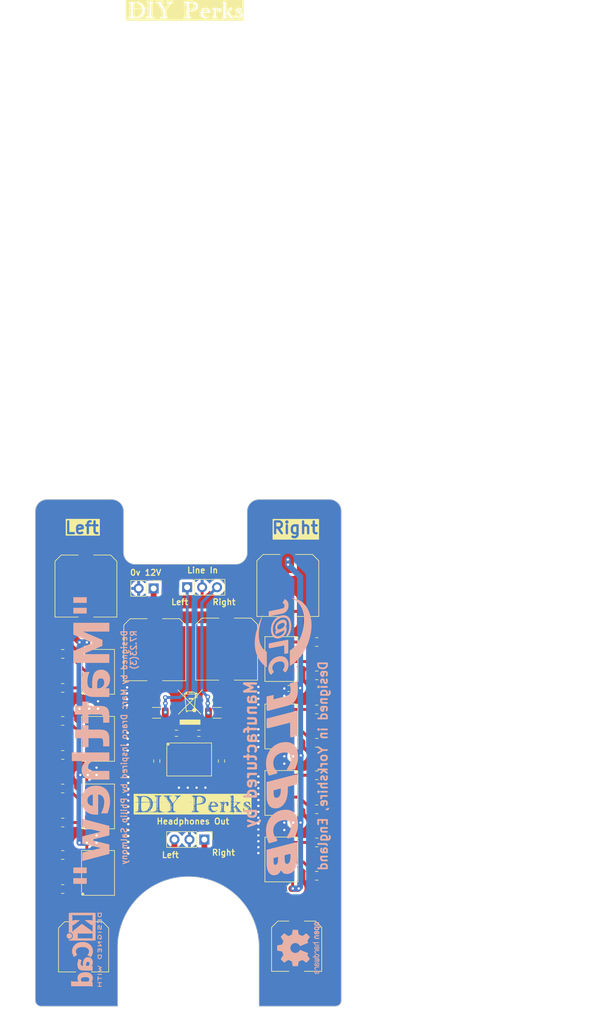
<source format=kicad_pcb>
(kicad_pcb (version 20221018) (generator pcbnew)
  (layers (0 "F.Cu" signal) (31 "B.Cu" signal) (34 "B.Paste" user) (35 "F.Paste" user) (36 "B.SilkS" user "B.Silkscreen") (37 "F.SilkS" user "F.Silkscreen") (38 "B.Mask" user) (39 "F.Mask" user) (44 "Edge.Cuts" user))
  (net 0 "")
  (net 1 "+5V")
  (net 2 "Net-(J102-Pin_3)")
  (net 3 "Net-(J102-Pin_1)")
  (net 4 "GNDA")
  (net 5 "/Hout3")
  (net 6 "/Hout4")
  (net 7 "/Hout5")
  (net 8 "/Hout6")
  (net 9 "/Hout7")
  (net 10 "/Hout8")
  (net 11 "/Hout9")
  (net 12 "/Hout10")
  (net 13 "/Hout3R")
  (net 14 "/Hout4R")
  (net 15 "/Hout5R")
  (net 16 "/Hout6R")
  (net 17 "/Hout7R")
  (net 18 "/Hout8R")
  (net 19 "/Hout9R")
  (net 20 "/Hout10R")
  (net 21 "Headphone Out R")
  (net 22 "Headphone Out L")
  (net 23 "Net-(U109A-+)")
  (net 24 "Net-(U109A--)")
  (net 25 "Net-(U109B--)")
  (net 26 "IN_R")
  (net 27 "IN_L")
  (net 28 "Net-(J1-Pin_3)")
  (net 29 "Net-(J1-Pin_1)")
  (footprint "Capacitor_SMD:C_0603_1608Metric" (layer "F.Cu") (at 108.035 84.518518 180)
    (fp_text reference "C110" hide)
    (fp_text value "100n")
  )
  (footprint "Resistor_SMD:R_0603_1608Metric" (layer "F.Cu") (at 92.793249 80.675 180)
    (fp_text reference "R117" hide)
    (fp_text value "100K")
  )
  (footprint "PerksLogo" (layer "F.Cu") (at 91.7 92.7)
    (fp_text reference "G***" hide)
    (fp_text value "LOGO" hide)
  )
  (footprint "Resistor_SMD:R_0805_2012Metric" (layer "F.Cu") (at 69.655 84.345186 180)
    (fp_text reference "R113" hide)
    (fp_text value "10R")
  )
  (footprint "Capacitor_SMD:C_Elec_10x10.2" (layer "F.Cu") (at 107.9 55.6 -90)
    (fp_text reference "C101" hide)
    (fp_text value "1000u")
  )
  (footprint "Resistor_SMD:R_0805_2012Metric" (layer "F.Cu") (at 112.81 104.85)
    (fp_text reference "R108" hide)
    (fp_text value "10R")
  )
  (footprint "Resistor_SMD:R_0805_2012Metric" (layer "F.Cu") (at 112.81 70.85)
    (fp_text reference "R102" hide)
    (fp_text value "10R")
  )
  (footprint "Capacitor_SMD:C_1206_3216Metric" (layer "F.Cu") (at 85.6 77.2)
    (fp_text reference "C114" hide)
    (fp_text value "22u")
  )
  (footprint "PCM_Package_SO_AKL:SOIC-8_3.9x4.9mm_P1.27mm" (layer "F.Cu") (at 75.655 93.08426 90)
    (fp_text reference "U107" hide)
    (fp_text value "NE5532" hide)
  )
  (footprint "PCM_Package_SO_AKL:SOIC-8_3.9x4.9mm_P1.27mm" (layer "F.Cu") (at 75.655 81.617964 90)
    (fp_text reference "U108" hide)
    (fp_text value "NE5532" hide)
  )
  (footprint "Resistor_SMD:R_0603_1608Metric" (layer "F.Cu") (at 96.638249 85.38 -90)
    (fp_text reference "R120" hide)
    (fp_text value "100K")
  )
  (footprint "PCM_Package_SO_AKL:SOIC-8_3.9x4.9mm_P1.27mm" (layer "F.Cu") (at 75.655 70.25 90)
    (fp_text reference "U105" hide)
    (fp_text value "NE5532" hide)
  )
  (footprint "Resistor_SMD:R_0805_2012Metric" (layer "F.Cu") (at 112.81 87.799258)
    (fp_text reference "R105" hide)
    (fp_text value "10R")
  )
  (footprint "Resistor_SMD:R_0805_2012Metric" (layer "F.Cu") (at 69.655 90.041482 180)
    (fp_text reference "R112" hide)
    (fp_text value "10R")
  )
  (footprint "Capacitor_SMD:C_0603_1608Metric" (layer "F.Cu") (at 108.035 73.08 180)
    (fp_text reference "C109" hide)
    (fp_text value "100n")
  )
  (footprint "PCM_Package_SO_AKL:SOIC-8_3.9x4.9mm_P1.27mm" (layer "F.Cu") (at 106.81 68.08 -90)
    (fp_text reference "U102" hide)
    (fp_text value "NE5532" hide)
  )
  (footprint "Resistor_SMD:R_0805_2012Metric" (layer "F.Cu") (at 69.655 67.207222 180)
    (fp_text reference "R116" hide)
    (fp_text value "10R")
  )
  (footprint "Connector_PinHeader_2.54mm:PinHeader_1x02_P2.54mm_Vertical" (layer "F.Cu") (at 85.1 56.1 -90)
    (fp_text reference "J104" hide)
    (fp_text value "Socket_01x02")
  )
  (footprint "Resistor_SMD:R_0603_1608Metric" (layer "F.Cu") (at 85.638249 85.38 -90)
    (fp_text reference "R119" hide)
    (fp_text value "100K")
  )
  (footprint "Connector_PinHeader_2.54mm:PinHeader_1x03_P2.54mm_Vertical" (layer "F.Cu") (at 90.8 55.9 90)
    (fp_text reference "J1" hide)
    (fp_text value "Conn_01x03")
  )
  (footprint "Capacitor_SMD:C_0603_1608Metric" (layer "F.Cu") (at 108.035 95.799258 180)
    (fp_text reference "C111" hide)
    (fp_text value "100n")
  )
  (footprint "Resistor_SMD:R_0805_2012Metric" (layer "F.Cu") (at 69.655 72.977222 180)
    (fp_text reference "R115" hide)
    (fp_text value "10R")
  )
  (footprint "Resistor_SMD:R_0805_2012Metric" (layer "F.Cu") (at 69.655 78.575186 180)
    (fp_text reference "R114" hide)
    (fp_text value "10R")
  )
  (footprint "Resistor_SMD:R_0805_2012Metric" (layer "F.Cu") (at 69.655 101.322222 180)
    (fp_text reference "R110" hide)
    (fp_text value "10R")
  )
  (footprint "Capacitor_SMD:C_Elec_8x10.2" (layer "F.Cu") (at 109.4 116.8 -90)
    (fp_text reference "C116" hide)
    (fp_text value "470U")
  )
  (footprint "Capacitor_SMD:C_Elec_10x10.2" (layer "F.Cu") (at 73.6 55.7 -90)
    (fp_text reference "C104" hide)
    (fp_text value "1000u")
  )
  (footprint "Capacitor_SMD:C_0603_1608Metric" (layer "F.Cu") (at 74.655 99.25)
    (fp_text reference "C105" hide)
    (fp_text value "100n")
  )
  (footprint "Symbol:PerksLogo_Back" (layer "F.Cu") (at 90.3548 -41.9696)
    (fp_text reference "G***" hide)
    (fp_text value "LOGO" hide)
  )
  (footprint "Capacitor_SMD:C_0603_1608Metric" (layer "F.Cu") (at 74.88 76.530742)
    (fp_text reference "C107" hide)
    (fp_text value "100n")
  )
  (footprint "Symbol:WEEE-Logo_4.2x6mm_SilkScreen" (layer "F.Cu") (at 91.3 76.2)
    (fp_text reference "REF**" hide)
    (fp_text value "WEEE-Logo_4.2x6mm_SilkScreen" hide)
  )
  (footprint "PCM_Package_SO_AKL:SOIC-8_3.9x4.9mm_P1.27mm" (layer "F.Cu") (at 91.143249 85.12)
    (fp_text reference "U109" hide)
    (fp_text value "NE5532" hide)
  )
  (footprint "Capacitor_SMD:C_0603_1608Metric" (layer "F.Cu") (at 107.81 107.08 180)
    (fp_text reference "C112" hide)
    (fp_text value "100n")
  )
  (footprint "Capacitor_SMD:C_Elec_8x10.2" (layer "F.Cu") (at 73.2 116.9 -90)
    (fp_text reference "C115" hide)
    (fp_text value "470U")
  )
  (footprint "Resistor_SMD:R_0805_2012Metric" (layer "F.Cu") (at 69.655 95.811482 180)
    (fp_text reference "R111" hide)
    (fp_text value "10R")
  )
  (footprint "PCM_Package_SO_AKL:SOIC-8_3.9x4.9mm_P1.27mm" (layer "F.Cu") (at 75.655 104.365 90)
    (fp_text reference "U106" hide)
    (fp_text value "NE5532" hide)
  )
  (footprint "PCM_Package_SO_AKL:SOIC-8_3.9x4.9mm_P1.27mm" (layer "F.Cu") (at 106.81 79.518518 -90)
    (fp_text reference "U103" hide)
    (fp_text value "NE5532" hide)
  )
  (footprint "Capacitor_SMD:C_1206_3216Metric" (layer "F.Cu") (at 95.9 77.2 180)
    (fp_text reference "C113" hide)
    (fp_text value "22u")
  )
  (footprint "Resistor_SMD:R_0805_2012Metric" (layer "F.Cu") (at 112.81 76.633518)
    (fp_text reference "R103" hide)
    (fp_text value "10R")
  )
  (footprint "Capacitor_SMD:C_0603_1608Metric" (layer "F.Cu") (at 74.655 87.811482)
    (fp_text reference "C106" hide)
    (fp_text value "100n")
  )
  (footprint "Capacitor_SMD:C_Elec_10x10.2" (layer "F.Cu") (at 97.5 66.4 -90)
    (fp_text reference "C103" hide)
    (fp_text value "1000u")
  )
  (footprint "Capacitor_SMD:C_0603_1608Metric" (layer "F.Cu") (at 74.655 65.25)
    (fp_text reference "C108" hide)
    (fp_text value "100n")
  )
  (footprint "Resistor_SMD:R_0805_2012Metric" (layer "F.Cu") (at 69.655 107.092222 180)
    (fp_text reference "R109" hide)
    (fp_text value "10R")
  )
  (footprint "Connector_PinHeader_2.54mm:PinHeader_1x03_P2.54mm_Vertical" (layer "F.Cu") (at 93.725 98.7 -90)
    (fp_text reference "J102" hide)
    (fp_text value "Conn_01x03")
  )
  (footprint "Resistor_SMD:R_0805_2012Metric" (layer "F.Cu") (at 112.81 93.569258)
    (fp_text reference "R106" hide)
    (fp_text value "10R")
  )
  (footprint "Capacitor_SMD:C_Elec_10x10.2" (layer "F.Cu") (at 85.3 66.5 -90)
    (fp_text reference "C102" hide)
    (fp_text value "1000u")
  )
  (footprint "Resistor_SMD:R_0603_1608Metric" (layer "F.Cu") (at 88.983249 80.675 180)
    (fp_text reference "R118" hide)
    (fp_text value "100K")
  )
  (footprint "PCM_Package_SO_AKL:SOIC-8_3.9x4.9mm_P1.27mm" (layer "F.Cu") (at 106.81 102.08 -90)
    (fp_text reference "U101" hide)
    (fp_text value "NE5532" hide)
  )
  (footprint "PCM_Package_SO_AKL:SOIC-8_3.9x4.9mm_P1.27mm" (layer "F.Cu") (at 106.81 90.799258 -90)
    (fp_text reference "U104" hide)
    (fp_text value "NE5532" hide)
  )
  (footprint "Resistor_SMD:R_0805_2012Metric" (layer "F.Cu") (at 112.81 82.288518)
    (fp_text reference "R104" hide)
    (fp_text value "10R")
  )
  (footprint "Resistor_SMD:R_0805_2012Metric" (layer "F.Cu") (at 112.81 65.195)
    (fp_text reference "R101" hide)
    (fp_text value "10R")
  )
  (footprint "Resistor_SMD:R_0805_2012Metric" (layer "F.Cu") (at 112.81 99.195)
    (fp_text reference "R107" hide)
    (fp_text value "10R")
  )
  (footprint "Symbol:OSHW-Logo2_9.8x8mm_SilkScreen" (layer "B.Cu") (at 109.8 117.1 -90)
    (fp_text reference "REF**" hide)
    (fp_text value "OSHW-Logo2_9.8x8mm_SilkScreen" hide)
  )
  (footprint "Symbol:KiCad-Logo2_5mm_SilkScreen" (layer "B.Cu") (at 73.3 117.4 -90)
    (fp_text reference "REF**" hide)
    (fp_text value "KiCad-Logo2_5mm_SilkScreen" hide)
  )
  (footprint "Hydra:jlc-logo" (layer "B.Cu") (at 107 81 -90)
    (fp_text reference "G***" hide)
    (fp_text value "LOGO" hide)
  )
  (gr_line (start 101 50) (end 101 43) (stroke (width 0.1)) (layer "Edge.Cuts"))
  (gr_arc (start 79 117) (mid 91 105) (end 103 117) (stroke (width 0.1)) (layer "Edge.Cuts"))
  (gr_arc (start 101 43) (mid 101.585786 41.585786) (end 103 41) (stroke (width 0.1)) (layer "Edge.Cuts"))
  (gr_line (start 117 126) (end 117 43) (stroke (width 0.1)) (layer "Edge.Cuts"))
  (gr_arc (start 65 43) (mid 65.585786 41.585786) (end 67 41) (stroke (width 0.1)) (layer "Edge.Cuts"))
  (gr_line (start 66 127) (end 79 127) (stroke (width 0.1)) (layer "Edge.Cuts"))
  (gr_line (start 65 43) (end 65 126) (stroke (width 0.1)) (layer "Edge.Cuts"))
  (gr_arc (start 115 41) (mid 116.414214 41.585786) (end 117 43) (stroke (width 0.1)) (layer "Edge.Cuts"))
  (gr_arc (start 66 127) (mid 65.292893 126.707107) (end 65 126) (stroke (width 0.1)) (layer "Edge.Cuts"))
  (gr_line (start 115 41) (end 103 41) (stroke (width 0.1)) (layer "Edge.Cuts"))
  (gr_arc (start 78 41) (mid 79.414214 41.585786) (end 80 43) (stroke (width 0.1)) (layer "Edge.Cuts"))
  (gr_line (start 103 117) (end 103 127) (stroke (width 0.1)) (layer "Edge.Cuts"))
  (gr_line (start 82 52) (end 99 52) (stroke (width 0.1)) (layer "Edge.Cuts"))
  (gr_arc (start 82 52) (mid 80.585786 51.414214) (end 80 50) (stroke (width 0.1)) (layer "Edge.Cuts"))
  (gr_arc (start 101 50) (mid 100.414214 51.414214) (end 99 52) (stroke (width 0.1)) (layer "Edge.Cuts"))
  (gr_line (start 103 127) (end 116 127) (stroke (width 0.1)) (layer "Edge.Cuts"))
  (gr_line (start 79 117) (end 79 127) (stroke (width 0.1)) (layer "Edge.Cuts"))
  (gr_line (start 67 41) (end 78 41) (stroke (width 0.1)) (layer "Edge.Cuts"))
  (gr_arc (start 117 126) (mid 116.707107 126.707107) (end 116 127) (stroke (width 0.1)) (layer "Edge.Cuts"))
  (gr_line (start 80 43) (end 80 50) (stroke (width 0.1)) (layer "Edge.Cuts"))
  (gr_text "Manufactured by" (at 102.75 71.5 90) (layer "B.SilkS") (effects (font (size 2 2) (thickness 0.4) bold) (justify left bottom mirror)))
  (gr_text "{dblquote}Matthew{dblquote}" (at 78.6 81.9 90) (layer "B.SilkS") (effects (font (size 6 6) (thickness 0.2) bold) (justify bottom mirror)))
  (gr_text "Designed by Marc Draco inspired by Philip Salmony\nR7.23(3)\n" (at 82.3 63.1 90) (layer "B.SilkS") (effects (font (size 1 1) (thickness 0.2) bold) (justify left bottom mirror)))
  (gr_text "Designed in Yorkshire, England" (at 114.75 68.25 90) (layer "B.SilkS") (effects (font (size 1.5 1.5) (thickness 0.3) bold) (justify left bottom mirror)))
  (gr_text "Left" (at 88 59) (layer "F.SilkS") (effects (font (size 1 1) (thickness 0.2) bold) (justify left bottom)))
  (gr_text "Left" (at 86.4 101.9) (layer "F.SilkS") (effects (font (size 1 1) (thickness 0.2) bold) (justify left bottom)))
  (gr_text "0v 12V" (at 81 54) (layer "F.SilkS") (effects (font (size 1 1) (thickness 0.2) bold) (justify left bottom)))
  (gr_text "Line In" (at 90.7 53.6) (layer "F.SilkS") (effects (font (size 1 1) (thickness 0.2) bold) (justify left bottom)))
  (gr_text "Left" (at 69.85 46.99) (layer "F.SilkS" knockout) (effects (font (size 2 2) (thickness 0.4) bold) (justify left bottom)))
  (gr_text "Right" (at 95 59) (layer "F.SilkS") (effects (font (size 1 1) (thickness 0.2) bold) (justify left bottom)))
  (gr_text "Right" (at 105 47) (layer "F.SilkS" knockout) (effects (font (size 2 2) (thickness 0.4) bold) (justify left bottom)))
  (gr_text "Headphones Out" (at 85.5 96.2) (layer "F.SilkS") (effects (font (size 1 1) (thickness 0.2) bold) (justify left bottom)))
  (gr_text "Right" (at 94.9 101.5) (layer "F.SilkS") (effects (font (size 1 1) (thickness 0.2) bold) (justify left bottom)))
  (segment (start 81.75 61) (end 97.6 61) (width 2) (layer "F.Cu") (net 1))
  (segment (start 74.074258 76.5) (end 74.105 76.530742) (width 1) (layer "F.Cu") (net 1))
  (segment (start 95.7 78.593249) (end 95.7 62.9) (width 0.5) (layer "F.Cu") (net 1))
  (segment (start 93.618249 80.675) (end 95.7 78.593249) (width 0.5) (layer "F.Cu") (net 1))
  (segment (start 108.715 81.993518) (end 108.715 84.423518) (width 0.5) (layer "F.Cu") (net 1))
  (segment (start 73.75 101.89) (end 73.75 99.38) (width 0.5) (layer "F.Cu") (net 1))
  (segment (start 108.585 107.08) (end 109.67 107.08) (width 1) (layer "F.Cu") (net 1))
  (segment (start 70 54.65) (end 70 62.75) (width 1) (layer "F.Cu") (net 1))
  (segment (start 73.818518 87.75) (end 73.88 87.811482) (width 1) (layer "F.Cu") (net 1))
  (segment (start 108.715 93.274258) (end 108.715 95.704258) (width 0.5) (layer "F.Cu") (net 1))
  (segment (start 108.715 70.555) (end 108.715 72.985) (width 0.5) (layer "F.Cu") (net 1))
  (segment (start 108.75 73) (end 110 73) (width 1) (layer "F.Cu") (net 1))
  (segment (start 108.81 95.799258) (end 110.029258 95.799258) (width 1) (layer "F.Cu") (net 1))
  (segment (start 72.655 87.75) (end 73.818518 87.75) (width 1) (layer "F.Cu") (net 1))
  (segment (start 73.75 90.60926) (end 73.75 87.941482) (width 0.5) (layer "F.Cu") (net 1))
  (segment (start 73.6 51.3) (end 73.6 52.85) (width 2) (layer "F.Cu") (net 1))
  (segment (start 85.3 62.1) (end 85.195 61.995) (width 2) (layer "F.Cu") (net 1))
  (segment (start 95.7 62.9) (end 97.6 61) (width 0.5) (layer "F.Cu") (net 1))
  (segment (start 97.6 61) (end 99.2 61) (width 2) (layer "F.Cu") (net 1))
  (segment (start 73.6 52.85) (end 81.75 61) (width 2) (layer "F.Cu") (net 1))
  (segment (start 108.5 107) (end 108.75 107) (width 1) (layer "F.Cu") (net 1))
  (segment (start 108.81 84.518518) (end 110.020892 84.518518) (width 1) (layer "F.Cu") (net 1))
  (segment (start 110.06 95.83) (end 110.029258 95.799258) (width 1) (layer "F.Cu") (net 1))
  (segment (start 93.638249 80.76) (end 93.638249 83.245) (width 0.25) (layer "F.Cu") (net 1))
  (segment (start 85.1 61.9) (end 85.3 62.1) (width 1) (layer "F.Cu") (net 1))
  (segment (start 109.67 107.08) (end 109.75 107) (width 1) (layer "F.Cu") (net 1))
  (segment (start 73.6 51.3) (end 73.35 51.3) (width 1) (layer "F.Cu") (net 1))
  (segment (start 110.020892 84.518518) (end 110.102848 84.436562) (width 1) (layer "F.Cu") (net 1))
  (segment (start 72.5 65.25) (end 73.75 65.25) (width 1) (layer "F.Cu") (net 1))
  (segment (start 73.75 67.775) (end 73.75 65.38) (width 0.5) (layer "F.Cu") (net 1))
  (segment (start 72.5 99.25) (end 73.88 99.25) (width 1) (layer "F.Cu") (net 1))
  (segment (start 107.9 52.3) (end 107.9 51.2) (width 2) (layer "F.Cu") (net 1))
  (segment (start 73.75 76.885742) (end 74.135742 76.5) (width 0.5) (layer "F.Cu") (net 1))
  (segment (start 73.75 79.142964) (end 73.75 76.885742) (width 0.5) (layer "F.Cu") (net 1))
  (segment (start 98 61.4) (end 97.6 61) (width 0.5) (layer "F.Cu") (net 1))
  (segment (start 108.715 104.555) (end 108.715 106.95) (width 0.5) (layer "F.Cu") (net 1))
  (segment (start 72.5 76.5) (end 74.074258 76.5) (width 1) (layer "F.Cu") (net 1))
  (segment (start 99.2 61) (end 107.9 52.3) (width 2) (layer "F.Cu") (net 1))
  (segment (start 85.1 56.1) (end 85.1 61.9) (width 1) (layer "F.Cu") (net 1))
  (segment (start 70 62.75) (end 72.5 65.25) (width 1) (layer "F.Cu") (net 1))
  (segment (start 73.35 51.3) (end 70 54.65) (width 1) (layer "F.Cu") (net 1))
  (via (at 110 73) (size 0.8) (drill 0.4) (layers "F.Cu" "B.Cu") (net 1))
  (via (at 107.9 51.2) (size 0.8) (drill 0.4) (layers "F.Cu" "B.Cu") (net 1))
  (via (at 108.81 84.58) (size 0.8) (drill 0.4) (layers "F.Cu" "B.Cu") (net 1))
  (via (at 110.102848 84.436562) (size 0.8) (drill 0.4) (layers "F.Cu" "B.Cu") (net 1))
  (via (at 72.655 87.75) (size 0.8) (drill 0.4) (layers "F.Cu" "B.Cu") (net 1))
  (via (at 72.5 76.5) (size 0.8) (drill 0.4) (layers "F.Cu" "B.Cu") (net 1))
  (via (at 73.75 65.25) (size 0.8) (drill 0.4) (layers "F.Cu" "B.Cu") (net 1))
  (via (at 73.75 99.25) (size 0.8) (drill 0.4) (layers "F.Cu" "B.Cu") (net 1))
  (via (at 74.155 76.5) (size 0.8) (drill 0.4) (layers "F.Cu" "B.Cu") (net 1))
  (via (at 110.06 95.83) (size 0.8) (drill 0.4) (layers "F.Cu" "B.Cu") (net 1))
  (via (at 108.75 107) (size 0.8) (drill 0.4) (layers "F.Cu" "B.Cu") (net 1))
  (via (at 107.95 52.07) (size 0.8) (drill 0.4) (layers "F.Cu" "B.Cu") (net 1))
  (via (at 72.5 65.25) (size 0.8) (drill 0.4) (layers "F.Cu" "B.Cu") (net 1))
  (via (at 108.81 95.83) (size 0.8) (drill 0.4) (layers "F.Cu" "B.Cu") (net 1))
  (via (at 109.75 107) (size 0.8) (drill 0.4) (layers "F.Cu" "B.Cu") (net 1))
  (via (at 72.5 99.25) (size 0.8) (drill 0.4) (layers "F.Cu" "B.Cu") (net 1))
  (via (at 73.905 87.75) (size 0.8) (drill 0.4) (layers "F.Cu" "B.Cu") (net 1))
  (segment (start 107.95 52.07) (end 110 54.12) (width 1) (layer "B.Cu") (net 1))
  (segment (start 72.5 99.25) (end 72.5 66) (width 1) (layer "B.Cu") (net 1))
  (segment (start 107.9 52.02) (end 107.95 52.07) (width 1) (layer "B.Cu") (net 1))
  (segment (start 110 54.12) (end 110 73) (width 1) (layer "B.Cu") (net 1))
  (segment (start 110 73) (end 110 106.75) (width 1) (layer "B.Cu") (net 1))
  (segment (start 110.102848 84.436562) (end 108.953438 84.436562) (width 1) (layer "B.Cu") (net 1))
  (segment (start 108.953438 84.436562) (end 108.81 84.58) (width 1) (layer "B.Cu") (net 1))
  (segment (start 72.655 87.75) (end 73.905 87.75) (width 1) (layer "B.Cu") (net 1))
  (segment (start 72.5 66) (end 73.25 65.25) (width 1) (layer "B.Cu") (net 1))
  (segment (start 110.06 95.83) (end 108.81 95.83) (width 1) (layer "B.Cu") (net 1))
  (segment (start 110 106.75) (end 109.75 107) (width 1) (layer "B.Cu") (net 1))
  (segment (start 110.06 84.47941) (end 110.102848 84.436562) (width 1) (layer "B.Cu") (net 1))
  (segment (start 72.905 76.5) (end 74.155 76.5) (width 1) (layer "B.Cu") (net 1))
  (segment (start 72.5 99.25) (end 73.75 99.25) (width 1) (layer "B.Cu") (net 1))
  (segment (start 73.25 65.25) (end 73.75 65.25) (width 1) (layer "B.Cu") (net 1))
  (segment (start 107.9 51.2) (end 107.9 52.02) (width 1) (layer "B.Cu") (net 1))
  (segment (start 110.06 95.83) (end 110.06 84.47941) (width 1) (layer "B.Cu") (net 1))
  (segment (start 72.5 65.25) (end 73.25 65.25) (width 1) (layer "B.Cu") (net 1))
  (segment (start 108.75 107) (end 109.75 107) (width 1) (layer "B.Cu") (net 1))
  (segment (start 73.5 120.2) (end 73.3 120.2) (width 1) (layer "F.Cu") (net 2))
  (segment (start 88.645 98.7) (end 88.645 99.955) (width 1) (layer "F.Cu") (net 2))
  (segment (start 76.6 117.1) (end 73.5 120.2) (width 1) (layer "F.Cu") (net 2))
  (segment (start 88.645 99.955) (end 76.6 112) (width 1) (layer "F.Cu") (net 2))
  (segment (start 76.6 112) (end 76.6 117.1) (width 1) (layer "F.Cu") (net 2))
  (segment (start 106 112.5) (end 106 117) (width 1) (layer "F.Cu") (net 3))
  (segment (start 93.725 98.7) (end 93.725 100.225) (width 1) (layer "F.Cu") (net 3))
  (segment (start 93.725 100.225) (end 106 112.5) (width 1) (layer "F.Cu") (net 3))
  (segment (start 106 117) (end 109.4 120.4) (width 1) (layer "F.Cu") (net 3))
  (segment (start 107.26 73.08) (end 107.26 74.28) (width 1) (layer "F.Cu") (net 4))
  (segment (start 75.655 76.530742) (end 75.655 75.25) (width 1) (layer "F.Cu") (net 4))
  (segment (start 107.31 95.83) (end 107.31 97.08) (width 1) (layer "F.Cu") (net 4))
  (segment (start 107.26 74.28) (end 107.31 74.33) (width 1) (layer "F.Cu") (net 4))
  (segment (start 75.43 98.025) (end 75.405 98) (width 1) (layer "F.Cu") (net 4))
  (segment (start 107.31 84.58) (end 107.31 85.83) (width 1) (layer "F.Cu") (net 4))
  (segment (start 75.43 99.25) (end 75.43 98.025) (width 1) (layer "F.Cu") (net 4))
  (segment (start 75.405 87.75) (end 75.405 86.5) (width 1) (layer "F.Cu") (net 4))
  (via (at 102.9 97) (size 0.8) (drill 0.4) (layers "F.Cu" "B.Cu") (net 4))
  (via (at 102.9 81) (size 0.8) (drill 0.4) (layers "F.Cu" "B.Cu") (net 4))
  (via (at 80.8 88.1) (size 0.8) (drill 0.4) (layers "F.Cu" "B.Cu") (net 4))
  (via (at 80.8 91.1) (size 0.8) (drill 0.4) (layers "F.Cu" "B.Cu") (net 4))
  (via (at 102.9 98) (size 0.8) (drill 0.4) (layers "F.Cu" "B.Cu") (net 4))
  (via (at 75.405 98) (size 0.8) (drill 0.4) (layers "F.Cu" "B.Cu") (net 4))
  (via (at 80.7 81.6) (size 0.8) (drill 0.4) (layers "F.Cu" "B.Cu") (net 4))
  (via (at 80.8 98.1) (size 0.8) (drill 0.4) (layers "F.Cu" "B.Cu") (net 4))
  (via (at 80.8 94.1) (size 0.8) (drill 0.4) (layers "F.Cu" "B.Cu") (net 4))
  (via (at 102.9 94) (size 0.8) (drill 0.4) (layers "F.Cu" "B.Cu") (net 4))
  (via (at 102.9 91) (size 0.8) (drill 0.4) (layers "F.Cu" "B.Cu") (net 4))
  (via (at 80.8 90.1) (size 0.8) (drill 0.4) (layers "F.Cu" "B.Cu") (net 4))
  (via (at 80.8 89.1) (size 0.8) (drill 0.4) (layers "F.Cu" "B.Cu") (net 4))
  (via (at 102.9 82) (size 0.8) (drill 0.4) (layers "F.Cu" "B.Cu") (net 4))
  (via (at 80.6 73.9) (size 0.8) (drill 0.4) (layers "F.Cu" "B.Cu") (net 4))
  (via (at 107.31 74.33) (size 0.8) (drill 0.4) (layers "F.Cu" "B.Cu") (net 4))
  (via (at 80.6 72.9) (size 0.8) (drill 0.4) (layers "F.Cu" "B.Cu") (net 4))
  (via (at 107.31 73.08) (size 0.8) (drill 0.4) (layers "F.Cu" "B.Cu") (net 4))
  (via (at 102.9 73.8) (size 0.8) (drill 0.4) (layers "F.Cu" "B.Cu") (net 4))
  (via (at 80.8 101.1) (size 0.8) (drill 0.4) (layers "F.Cu" "B.Cu") (net 4))
  (via (at 102.9 90) (size 0.8) (drill 0.4) (layers "F.Cu" "B.Cu") (net 4))
  (via (at 80.6 75.9) (size 0.8) (drill 0.4) (layers "F.Cu" "B.Cu") (net 4))
  (via (at 107.31 95.83) (size 0.8) (drill 0.4) (layers "F.Cu" "B.Cu") (net 4))
  (via (at 102.9 88) (size 0.8) (drill 0.4) (layers "F.Cu" "B.Cu") (net 4))
  (via (at 102.9 80) (size 0.8) (drill 0.4) (layers "F.Cu" "B.Cu") (net 4))
  (via (at 102.9 100) (size 0.8) (drill 0.4) (layers "F.Cu" "B.Cu") (net 4))
  (via (at 102.9 74.8) (size 0.8) (drill 0.4) (layers "F.Cu" "B.Cu") (net 4))
  (via (at 80.8 95.1) (size 0.8) (drill 0.4) (layers "F.Cu" "B.Cu") (net 4))
  (via (at 107.31 97.08) (size 0.8) (drill 0.4) (layers "F.Cu" "B.Cu") (net 4))
  (via (at 102.9 92) (size 0.8) (drill 0.4) (layers "F.Cu" "B.Cu") (net 4))
  (via (at 80.7 83.6) (size 0.8) (drill 0.4) (layers "F.Cu" "B.Cu") (net 4))
  (via (at 80.8 93.1) (size 0.8) (drill 0.4) (layers "F.Cu" "B.Cu") (net 4))
  (via (at 80.6 74.9) (size 0.8) (drill 0.4) (layers "F.Cu" "B.Cu") (net 4))
  (via (at 80.8 96.1) (size 0.8) (drill 0.4) (layers "F.Cu" "B.Cu") (net 4))
  (via (at 107.31 85.83) (size 0.8) (drill 0.4) (layers "F.Cu" "B.Cu") (net 4))
  (via (at 75.405 87.75) (size 0.8) (drill 0.4) (layers "F.Cu" "B.Cu") (net 4))
  (via (at 102.9 99) (size 0.8) (drill 0.4) (layers "F.Cu" "B.Cu") (net 4))
  (via (at 102.9 93) (size 0.8) (drill 0.4) (layers "F.Cu" "B.Cu") (net 4))
  (via (at 80.7 80.6) (size 0.8) (drill 0.4) (layers "F.Cu" "B.Cu") (net 4))
  (via (at 102.9 89) (size 0.8) (drill 0.4) (layers "F.Cu" "B.Cu") (net 4))
  (via (at 102.9 101) (size 0.8) (drill 0.4) (layers "F.Cu" "B.Cu") (net 4))
  (via (at 80.8 92.1) (size 0.8) (drill 0.4) (layers "F.Cu" "B.Cu") (net 4))
  (via (at 107.31 84.58) (size 0.8) (drill 0.4) (layers "F.Cu" "B.Cu") (net 4))
  (via (at 80.8 99.1) (size 0.8) (drill 0.4) (layers "F.Cu" "B.Cu") (net 4))
  (via (at 93.9 89.9) (size 0.8) (drill 0.4) (layers "F.Cu" "B.Cu") (net 4))
  (via (at 102.9 96) (size 0.8) (drill 0.4) (layers "F.Cu" "B.Cu") (net 4))
  (via (at 75.655 75.25) (size 0.8) (drill 0.4) (layers "F.Cu" "B.Cu") (net 4))
  (via (at 75.405 99.25) (size 0.8) (drill 0.4) (layers "F.Cu" "B.Cu") (net 4))
  (via (at 90.9 89.9) (size 0.8) (drill 0.4) (layers "F.Cu" "B.Cu") (net 4))
  (via (at 102.9 75.8) (size 0.8) (drill 0.4) (layers "F.Cu" "B.Cu") (net 4))
  (via (at 92.4 89.9) (size 0.8) (drill 0.4) (layers "F.Cu" "B.Cu") (net 4))
  (via (at 75.655 76.5) (size 0.8) (drill 0.4) (layers "F.Cu" "B.Cu") (net 4))
  (via (at 102.9 83) (size 0.8) (drill 0.4) (layers "F.Cu" "B.Cu") (net 4))
  (via (at 102.9 95) (size 0.8) (drill 0.4) (layers "F.Cu" "B.Cu") (net 4))
  (via (at 102.9 72.8) (size 0.8) (drill 0.4) (layers "F.Cu" "B.Cu") (net 4))
  (via (at 75.405 86.5) (size 0.8) (drill 0.4) (layers "F.Cu" "B.Cu") (net 4))
  (via (at 89.4 89.9) (size 0.8) (drill 0.4) (layers "F.Cu" "B.Cu") (net 4))
  (via (at 80.8 97.1) (size 0.8) (drill 0.4) (layers "F.Cu" "B.Cu") (net 4))
  (via (at 80.8 100.1) (size 0.8) (drill 0.4) (layers "F.Cu" "B.Cu") (net 4))
  (via (at 80.7 82.6) (size 0.8) (drill 0.4) (layers "F.Cu" "B.Cu") (net 4))
  (segment (start 75.655 76.5) (end 75.655 75.25) (width 1) (layer "B.Cu") (net 4))
  (segment (start 75.405 99.25) (end 75.405 98) (width 1) (layer "B.Cu") (net 4))
  (segment (start 107.31 73.08) (end 107.31 74.33) (width 1) (layer "B.Cu") (net 4))
  (segment (start 111.8975 65.195) (end 107.855 65.195) (width 0.5) (layer "F.Cu") (net 5))
  (segment (start 107.855 65.195) (end 107.445 65.605) (width 0.5) (layer "F.Cu") (net 5))
  (segment (start 107.445 69.528236) (end 108.473236 68.5) (width 0.5) (layer "F.Cu") (net 6))
  (segment (start 107.445 70.001472) (end 107.445 69.528236) (width 0.5) (layer "F.Cu") (net 6))
  (segment (start 111 68.5) (end 111.8975 69.3975) (width 0.5) (layer "F.Cu") (net 6))
  (segment (start 106.175 70.555) (end 107.445 70.555) (width 0.5) (layer "F.Cu") (net 6))
  (segment (start 108.473236 68.5) (end 111 68.5) (width 0.5) (layer "F.Cu") (net 6))
  (segment (start 111.8975 69.3975) (end 111.8975 70.85) (width 0.5) (layer "F.Cu") (net 6))
  (segment (start 107.855 76.633518) (end 107.445 77.043518) (width 0.5) (layer "F.Cu") (net 7))
  (segment (start 111.8975 76.633518) (end 107.855 76.633518) (width 0.5) (layer "F.Cu") (net 7))
  (segment (start 107.445 81.43999) (end 108.88499 80) (width 0.5) (layer "F.Cu") (net 8))
  (segment (start 110 80) (end 111.8975 81.8975) (width 0.5) (layer "F.Cu") (net 8))
  (segment (start 108.88499 80) (end 110 80) (width 0.5) (layer "F.Cu") (net 8))
  (segment (start 106.175 81.993518) (end 107.445 81.993518) (width 0.5) (layer "F.Cu") (net 8))
  (segment (start 107.97 87.799258) (end 107.445 88.324258) (width 0.5) (layer "F.Cu") (net 9))
  (segment (start 111.8975 87.799258) (end 107.97 87.799258) (width 0.5) (layer "F.Cu") (net 9))
  (segment (start 107.445 92.72073) (end 107.445 92.22073) (width 0.5) (layer "F.Cu") (net 10))
  (segment (start 107.445 92.22073) (end 108.16573 91.5) (width 0.5) (layer "F.Cu") (net 10))
  (segment (start 108.16573 91.5) (end 109.828242 91.5) (width 0.5) (layer "F.Cu") (net 10))
  (segment (start 106.175 93.274258) (end 107.445 93.274258) (width 0.5) (layer "F.Cu") (net 10))
  (segment (start 109.828242 91.5) (end 111.8975 93.569258) (width 0.5) (layer "F.Cu") (net 10))
  (segment (start 111.8975 99.195) (end 107.855 99.195) (width 0.5) (layer "F.Cu") (net 11))
  (segment (start 107.855 99.195) (end 107.445 99.605) (width 0.5) (layer "F.Cu") (net 11))
  (segment (start 107.445 103.278236) (end 108.223236 102.5) (width 0.5) (layer "F.Cu") (net 12))
  (segment (start 106.175 104.555) (end 107.445 104.555) (width 0.5) (layer "F.Cu") (net 12))
  (segment (start 111.8975 103.87375) (end 111.8975 104.85) (width 0.5) (layer "F.Cu") (net 12))
  (segment (start 110.52375 102.5) (end 111.8975 103.87375) (width 0.5) (layer "F.Cu") (net 12))
  (segment (start 108.223236 102.5) (end 110.52375 102.5) (width 0.5) (layer "F.Cu") (net 12))
  (segment (start 107.445 104.001472) (end 107.445 103.278236) (width 0.5) (layer "F.Cu") (net 12))
  (segment (start 74.767778 107.092222) (end 75.02 106.84) (width 0.5) (layer "F.Cu") (net 13))
  (segment (start 70.5675 107.092222) (end 74.767778 107.092222) (width 0.5) (layer "F.Cu") (net 13))
  (segment (start 75.02 101.89) (end 76.29 101.89) (width 0.5) (layer "F.Cu") (net 14))
  (segment (start 70.5675 101.322222) (end 72.560278 103.315) (width 0.5) (layer "F.Cu") (net 14))
  (segment (start 74.148528 103.315) (end 75.02 102.443528) (width 0.5) (layer "F.Cu") (net 14))
  (segment (start 72.560278 103.315) (end 74.148528 103.315) (width 0.5) (layer "F.Cu") (net 14))
  (segment (start 70.5675 95.811482) (end 74.767778 95.811482) (width 0.5) (layer "F.Cu") (net 15))
  (segment (start 74.767778 95.811482) (end 75.02 95.55926) (width 0.5) (layer "F.Cu") (net 15))
  (segment (start 75.02 91.98) (end 74.5 92.5) (width 0.5) (layer "F.Cu") (net 16))
  (segment (start 75.02 91.162788) (end 75.02 91.98) (width 0.5) (layer "F.Cu") (net 16))
  (segment (start 74.5 92.5) (end 73.026018 92.5) (width 0.5) (layer "F.Cu") (net 16))
  (segment (start 76.29 90.60926) (end 75.02 90.60926) (width 0.5) (layer "F.Cu") (net 16))
  (segment (start 73.026018 92.5) (end 70.5675 90.041482) (width 0.5) (layer "F.Cu") (net 16))
  (segment (start 70.5675 84.345186) (end 74.767778 84.345186) (width 0.5) (layer "F.Cu") (net 17))
  (segment (start 74.767778 84.345186) (end 75.02 84.092964) (width 0.5) (layer "F.Cu") (net 17))
  (segment (start 74 81) (end 72.992314 81) (width 0.5) (layer "F.Cu") (net 18))
  (segment (start 72.992314 81) (end 70.5675 78.575186) (width 0.5) (layer "F.Cu") (net 18))
  (segment (start 75.02 79.696492) (end 75.02 79.98) (width 0.5) (layer "F.Cu") (net 18))
  (segment (start 75.02 79.98) (end 74 81) (width 0.5) (layer "F.Cu") (net 18))
  (segment (start 76.29 79.142964) (end 75.02 79.142964) (width 0.5) (layer "F.Cu") (net 18))
  (segment (start 70.5675 72.977222) (end 74.767778 72.977222) (width 0.5) (layer "F.Cu") (net 19))
  (segment (start 74.767778 72.977222) (end 75.02 72.725) (width 0.5) (layer "F.Cu") (net 19))
  (segment (start 73.5 70.139722) (end 70.5675 67.207222) (width 0.5) (layer "F.Cu") (net 20))
  (segment (start 75.02 68.328528) (end 75.02 69.48) (width 0.5) (layer "F.Cu") (net 20))
  (segment (start 74.360278 70.139722) (end 73.5 70.139722) (width 0.5) (layer "F.Cu") (net 20))
  (segment (start 75.02 69.48) (end 74.360278 70.139722) (width 0.5) (layer "F.Cu") (net 20))
  (segment (start 76.29 67.775) (end 75.02 67.775) (width 0.5) (layer "F.Cu") (net 20))
  (segment (start 113.7225 65.08) (end 113.7225 104.85) (width 1) (layer "F.Cu") (net 21))
  (segment (start 113.7225 108.2275) (end 109.6 112.35) (width 1) (layer "F.Cu") (net 21))
  (segment (start 113.7225 104.85) (end 113.7225 108.2275) (width 1) (layer "F.Cu") (net 21))
  (segment (start 68.7425 107.092222) (end 68.7425 106) (width 1) (layer "F.Cu") (net 22))
  (segment (start 68.7425 106) (end 68.7425 101.322222) (width 1) (layer "F.Cu") (net 22))
  (segment (start 68.7425 106) (end 68.7425 109.7425) (width 1) (layer "F.Cu") (net 22))
  (segment (start 68.7425 101.322222) (end 68.7425 95.811482) (width 1) (layer "F.Cu") (net 22))
  (segment (start 68.7425 109.7425) (end 72 113) (width 1) (layer "F.Cu") (net 22))
  (segment (start 68.7425 67.207222) (end 68.7425 95.811482) (width 1) (layer "F.Cu") (net 22))
  (segment (start 91.138249 80.79) (end 91.988249 80.79) (width 0.25) (layer "F.Cu") (net 23))
  (segment (start 91.138249 85.79) (end 92.418249 87.07) (width 0.25) (layer "F.Cu") (net 23))
  (segment (start 89.813249 80.79) (end 91.138249 80.79) (width 0.25) (layer "F.Cu") (net 23))
  (segment (start 91.138249 84.961751) (end 90.3 85.8) (width 0.25) (layer "F.Cu") (net 23))
  (segment (start 91.138249 84.961751) (end 91.138249 85.79) (width 0.25) (layer "F.Cu") (net 23))
  (segment (start 92.418249 87.07) (end 93.623249 87.07) (width 0.25) (layer "F.Cu") (net 23))
  (segment (start 91.138249 80.79) (end 91.138249 84.961751) (width 0.25) (layer "F.Cu") (net 23))
  (segment (start 90.3 85.8) (end 88.673249 85.8) (width 0.25) (layer "F.Cu") (net 23))
  (segment (start 85.638249 84.465) (end 88.608249 84.465) (width 0.25) (layer "F.Cu") (net 24))
  (segment (start 88.673249 83.26) (end 88.673249 84.53) (width 0.25) (layer "F.Cu") (net 24))
  (segment (start 93.623249 84.53) (end 96.528249 84.53) (width 0.25) (layer "F.Cu") (net 25))
  (segment (start 93.623249 84.53) (end 93.623249 85.8) (width 0.25) (layer "F.Cu") (net 25))
  (segment (start 104.905 93.274258) (end 105.55 93.919258) (width 0.25) (layer "F.Cu") (net 26))
  (segment (start 96.638249 86.205) (end 105.425 86.205) (width 0.25) (layer "F.Cu") (net 26))
  (segment (start 105.425 86.205) (end 105.53 86.1) (width 0.25) (layer "F.Cu") (net 26))
  (segment (start 105.55 103.91) (end 104.905 104.555) (width 0.25) (layer "F.Cu") (net 26))
  (segment (start 105.55 88.949258) (end 105.55 92.629258) (width 0.25) (layer "F.Cu") (net 26))
  (segment (start 104.905 81.616767) (end 104.905 81.993518) (width 0.25) (layer "F.Cu") (net 26))
  (segment (start 105.53 76.398518) (end 106.175 77.043518) (width 0.25) (layer "F.Cu") (net 26))
  (segment (start 105.53 82.618518) (end 105.53 86.1) (width 0.25) (layer "F.Cu") (net 26))
  (segment (start 105.53 71.18) (end 105.53 76.398518) (width 0.25) (layer "F.Cu") (net 26))
  (segment (start 106.175 77.043518) (end 106.175 80.346767) (width 0.25) (layer "F.Cu") (net 26))
  (segment (start 105.53 86.1) (end 105.53 87.679258) (width 0.25) (layer "F.Cu") (net 26))
  (segment (start 106.175 65.605) (end 105.55 66.23) (width 0.25) (layer "F.Cu") (net 26))
  (segment (start 105.55 100.23) (end 105.55 103.91) (width 0.25) (layer "F.Cu") (net 26))
  (segment (start 106.175 88.324258) (end 105.55 88.949258) (width 0.25) (layer "F.Cu") (net 26))
  (segment (start 106.175 80.346767) (end 104.905 81.616767) (width 0.25) (layer "F.Cu") (net 26))
  (segment (start 106.175 99.605) (end 105.55 100.23) (width 0.25) (layer "F.Cu") (net 26))
  (segment (start 97.375 77.2) (end 102.5 77.2) (width 0.25) (layer "F.Cu") (net 26))
  (segment (start 102.5 77.2) (end 104.905 79.605) (width 0.25) (layer "F.Cu") (net 26))
  (segment (start 105.55 69.91) (end 104.905 70.555) (width 0.25) (layer "F.Cu") (net 26))
  (segment (start 105.55 66.23) (end 105.55 69.91) (width 0.25) (layer "F.Cu") (net 26))
  (segment (start 105.55 98.98) (end 106.175 99.605) (width 0.25) (layer "F.Cu") (net 26))
  (segment (start 105.53 87.679258) (end 106.175 88.324258) (width 0.25) (layer "F.Cu") (net 26))
  (segment (start 104.905 79.605) (end 104.905 81.357122) (width 0.25) (layer "F.Cu") (net 26))
  (segment (start 105.55 93.919258) (end 105.55 98.98) (width 0.25) (layer "F.Cu") (net 26))
  (segment (start 104.905 70.555) (end 105.53 71.18) (width 0.25) (layer "F.Cu") (net 26))
  (segment (start 105.55 92.629258) (end 104.905 93.274258) (width 0.25) (layer "F.Cu") (net 26))
  (segment (start 104.905 81.993518) (end 105.53 82.618518) (width 0.25) (layer "F.Cu") (net 26))
  (segment (start 77.61968 79.71968) (end 80.13936 77.2) (width 0.25) (layer "F.Cu") (net 27))
  (segment (start 76.915 102.535) (end 77.56 101.89) (width 0.25) (layer "F.Cu") (net 27))
  (segment (start 76.935 101.265) (end 76.935 96.20426) (width 0.25) (layer "F.Cu") (net 27))
  (segment (start 76.29 106.84) (end 76.915 106.215) (width 0.25) (layer "F.Cu") (net 27))
  (segment (start 76.935 79.767964) (end 77.56 79.142964) (width 0.25) (layer "F.Cu") (net 27))
  (segment (start 76.29 95.55926) (end 76.915 94.93426) (width 0.25) (layer "F.Cu") (net 27))
  (segment (start 76.29 84.092964) (end 76.935 83.447964) (width 0.25) (layer "F.Cu") (net 27))
  (segment (start 76.29 72.725) (end 76.915 72.1) (width 0.25) (layer "F.Cu") (net 27))
  (segment (start 76.935 96.20426) (end 76.29 95.55926) (width 0.25) (layer "F.Cu") (net 27))
  (segment (start 76.915 68.42) (end 77.56 67.775) (width 0.25) (layer "F.Cu") (net 27))
  (segment (start 77.56 101.89) (end 76.935 101.265) (width 0.25) (layer "F.Cu") (net 27))
  (segment (start 76.915 72.1) (end 76.915 68.42) (width 0.25) (layer "F.Cu") (net 27))
  (segment (start 76.935 84.737964) (end 76.29 84.092964) (width 0.25) (layer "F.Cu") (net 27))
  (segment (start 85.638249 86.205) (end 76.94 86.205) (width 0.25) (layer "F.Cu") (net 27))
  (segment (start 77.56 79.142964) (end 76.935 78.517964) (width 0.25) (layer "F.Cu") (net 27))
  (segment (start 76.94 86.205) (end 76.935 86.2) (width 0.25) (layer "F.Cu") (net 27))
  (segment (start 76.935 89.98426) (end 76.935 86.2) (width 0.25) (layer "F.Cu") (net 27))
  (segment (start 76.915 91.25426) (end 77.56 90.60926) (width 0.25) (layer "F.Cu") (net 27))
  (segment (start 76.915 106.215) (end 76.915 102.535) (width 0.25) (layer "F.Cu") (net 27))
  (segment (start 76.915 94.93426) (end 76.915 91.25426) (width 0.25) (layer "F.Cu") (net 27))
  (segment (start 76.935 73.37) (end 76.29 72.725) (width 0.25) (layer "F.Cu") (net 27))
  (segment (start 77.56 90.60926) (end 76.935 89.98426) (width 0.25) (layer "F.Cu") (net 27))
  (segment (start 76.935 83.447964) (end 76.935 79.767964) (width 0.25) (layer "F.Cu") (net 27))
  (segment (start 76.935 86.2) (end 76.935 84.737964) (width 0.25) (layer "F.Cu") (net 27))
  (segment (start 76.935 78.517964) (end 76.935 73.37) (width 0.25) (layer "F.Cu") (net 27))
  (segment (start 84.125 77.2) (end 80.13936 77.2) (width 0.25) (layer "F.Cu") (net 27))
  (segment (start 94.3 74.5) (end 94.3 77.075) (width 0.5) (layer "F.Cu") (net 28))
  (segment (start 94.3 77.075) (end 94.425 77.2) (width 0.5) (layer "F.Cu") (net 28))
  (via (at 94.3 74.5) (size 0.8) (drill 0.4) (layers "F.Cu" "B.Cu") (net 28))
  (via (at 94.4 77.2) (size 0.8) (drill 0.4) (layers "F.Cu" "B.Cu") (net 28))
  (via (at 94.3 75.6) (size 0.8) (drill 0.4) (layers "F.Cu" "B.Cu") (net 28))
  (segment (start 94.3 77.1) (end 94.3 74.5) (width 0.5) (layer "B.Cu") (net 28))
  (segment (start 94.4 77.2) (end 94.3 77.1) (width 0.5) (layer "B.Cu") (net 28))
  (segment (start 93.3 58.48) (end 95.88 55.9) (width 0.5) (layer "B.Cu") (net 28))
  (segment (start 94.3 74.5) (end 93.3 73.5) (width 0.5) (layer "B.Cu") (net 28))
  (segment (start 93.3 73.5) (end 93.3 58.48) (width 0.5) (layer "B.Cu") (net 28))
  (segment (start 87.1 74.6) (end 87.1 77.175) (width 0.25) (layer "F.Cu") (net 29))
  (segment (start 87.1 77.175) (end 87.075 77.2) (width 0.25) (layer "F.Cu") (net 29))
  (via (at 87.1 74.6) (size 0.8) (drill 0.4) (layers "F.Cu" "B.Cu") (net 29))
  (via (at 87.1 77.1) (size 0.8) (drill 0.4) (layers "F.Cu" "B.Cu") (net 29))
  (via (at 87.1 75.6) (size 0.8) (drill 0.4) (layers "F.Cu" "B.Cu") (net 29))
  (segment (start 87.1 74.6) (end 89.5 74.6) (width 0.5) (layer "B.Cu") (net 29))
  (segment (start 87.1 77.1) (end 87.1 74.6) (width 0.5) (layer "B.Cu") (net 29))
  (segment (start 89.5 74.6) (end 90.8 73.3) (width 0.5) (layer "B.Cu") (net 29))
  (segment (start 90.8 73.3) (end 90.8 55.9) (width 0.5) (layer "B.Cu") (net 29))
  (zone (net 4) (net_name "GNDA") (layers "F&B.Cu") (connect_pads (clearance 0.5)) (min_thickness 0.25) (fill yes (thermal_gap 0.5) (thermal_bridge_width 0.5))
    (polygon (pts (xy 59 37) (xy 122 37) (xy 122 130) (xy 59 130)))
  )
)
</source>
